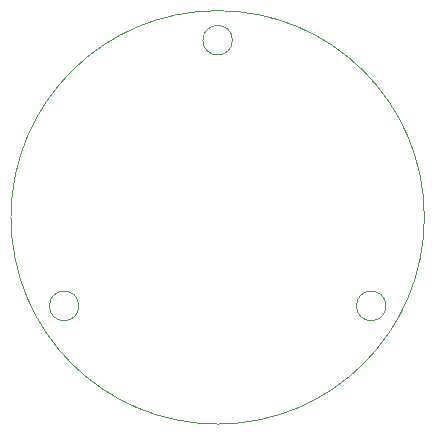
<source format=gbr>
%TF.GenerationSoftware,KiCad,Pcbnew,7.0.10*%
%TF.CreationDate,2025-02-13T20:32:26+01:00*%
%TF.ProjectId,Retro_Bubble_LED_Watch,52657472-6f5f-4427-9562-626c655f4c45,1.1*%
%TF.SameCoordinates,Original*%
%TF.FileFunction,Profile,NP*%
%FSLAX46Y46*%
G04 Gerber Fmt 4.6, Leading zero omitted, Abs format (unit mm)*
G04 Created by KiCad (PCBNEW 7.0.10) date 2025-02-13 20:32:26*
%MOMM*%
%LPD*%
G01*
G04 APERTURE LIST*
%TA.AperFunction,Profile*%
%ADD10C,0.100000*%
%TD*%
G04 APERTURE END LIST*
D10*
X168250000Y-99750000D02*
G75*
G03*
X133250000Y-99750000I-17500000J0D01*
G01*
X133250000Y-99750000D02*
G75*
G03*
X168250000Y-99750000I17500000J0D01*
G01*
X152000000Y-84750000D02*
G75*
G03*
X149500000Y-84750000I-1250000J0D01*
G01*
X149500000Y-84750000D02*
G75*
G03*
X152000000Y-84750000I1250000J0D01*
G01*
X139000000Y-107250000D02*
G75*
G03*
X136500000Y-107250000I-1250000J0D01*
G01*
X136500000Y-107250000D02*
G75*
G03*
X139000000Y-107250000I1250000J0D01*
G01*
X165000000Y-107250000D02*
G75*
G03*
X162500000Y-107250000I-1250000J0D01*
G01*
X162500000Y-107250000D02*
G75*
G03*
X165000000Y-107250000I1250000J0D01*
G01*
M02*

</source>
